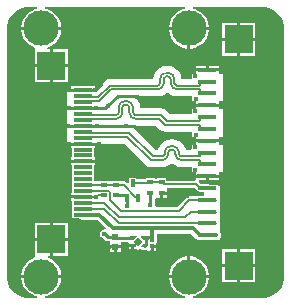
<source format=gtl>
G04*
G04 #@! TF.GenerationSoftware,Altium Limited,Altium Designer,23.4.1 (23)*
G04*
G04 Layer_Physical_Order=1*
G04 Layer_Color=255*
%FSLAX44Y44*%
%MOMM*%
G71*
G04*
G04 #@! TF.SameCoordinates,119376F5-832C-499C-A5AA-40DF592A9E39*
G04*
G04*
G04 #@! TF.FilePolarity,Positive*
G04*
G01*
G75*
%ADD10C,0.2500*%
%ADD12R,2.4000X2.4000*%
%ADD13R,2.4000X2.4000*%
%ADD14R,1.6000X0.3000*%
%ADD15R,0.5500X0.4500*%
%ADD16R,0.3000X0.7100*%
%ADD17P,0.8202X4X270.0*%
%ADD18C,0.2425*%
%ADD19C,0.2700*%
%ADD20R,0.5200X0.5200*%
%ADD21R,0.3200X0.3600*%
%ADD30C,0.1300*%
%ADD31C,0.3500*%
%ADD32C,3.0000*%
%ADD33C,0.4064*%
%ADD34C,0.4060*%
G36*
X222859Y246271D02*
X226128Y244917D01*
X229069Y242951D01*
X231571Y240449D01*
X233537Y237508D01*
X234891Y234239D01*
X235581Y230769D01*
Y229000D01*
X235581Y19000D01*
X235581Y17231D01*
X234891Y13761D01*
X233537Y10492D01*
X231571Y7551D01*
X229069Y5049D01*
X226127Y3083D01*
X222859Y1729D01*
X219389Y1039D01*
X217620Y1039D01*
X158464Y1039D01*
X158339Y2309D01*
X160069Y2653D01*
X163163Y3935D01*
X165947Y5795D01*
X168315Y8163D01*
X170175Y10948D01*
X171457Y14041D01*
X172110Y17326D01*
Y17750D01*
X155110D01*
X138110D01*
Y17326D01*
X138764Y14041D01*
X140045Y10948D01*
X141905Y8163D01*
X144273Y5795D01*
X147058Y3935D01*
X150151Y2653D01*
X151882Y2309D01*
X151756Y1039D01*
X33463Y1039D01*
X33338Y2309D01*
X35069Y2653D01*
X38163Y3935D01*
X40947Y5795D01*
X43315Y8163D01*
X45175Y10948D01*
X46457Y14041D01*
X47110Y17326D01*
Y17750D01*
X30110D01*
X13110D01*
Y17326D01*
X13764Y14041D01*
X15045Y10948D01*
X16905Y8163D01*
X19273Y5795D01*
X22058Y3935D01*
X25151Y2653D01*
X26882Y2309D01*
X26757Y1039D01*
X17231D01*
X13761Y1729D01*
X10492Y3083D01*
X7551Y5049D01*
X5049Y7551D01*
X3083Y10492D01*
X1729Y13761D01*
X1039Y17231D01*
Y19000D01*
Y229000D01*
Y230769D01*
X1729Y234239D01*
X3083Y237508D01*
X5049Y240449D01*
X7551Y242951D01*
X10492Y244917D01*
X13761Y246271D01*
X17231Y246961D01*
X19000Y246961D01*
X26757D01*
X26882Y245691D01*
X25151Y245347D01*
X22058Y244065D01*
X19273Y242205D01*
X16905Y239837D01*
X15045Y237052D01*
X13764Y233959D01*
X13110Y230674D01*
Y230250D01*
X30110D01*
X47110D01*
Y230674D01*
X46457Y233959D01*
X45175Y237052D01*
X43315Y239837D01*
X40947Y242205D01*
X38163Y244065D01*
X35069Y245347D01*
X33339Y245691D01*
X33464Y246961D01*
X151757Y246961D01*
X151882Y245691D01*
X150151Y245347D01*
X147058Y244065D01*
X144273Y242205D01*
X141905Y239837D01*
X140045Y237052D01*
X138764Y233959D01*
X138110Y230674D01*
Y230250D01*
X155110D01*
X172110D01*
Y230674D01*
X171457Y233959D01*
X170175Y237052D01*
X168315Y239837D01*
X165947Y242205D01*
X163163Y244065D01*
X160069Y245347D01*
X158338Y245691D01*
X158463Y246961D01*
X217620Y246961D01*
X219389D01*
X222859Y246271D01*
D02*
G37*
%LPC*%
G36*
X211250Y234000D02*
X198500D01*
Y221250D01*
X211250D01*
Y234000D01*
D02*
G37*
G36*
X196000D02*
X183250D01*
Y221250D01*
X196000D01*
Y234000D01*
D02*
G37*
G36*
X172110Y227750D02*
X156360D01*
Y212000D01*
X156784D01*
X160069Y212653D01*
X163163Y213935D01*
X165947Y215795D01*
X168315Y218163D01*
X170175Y220947D01*
X171457Y224041D01*
X172110Y227326D01*
Y227750D01*
D02*
G37*
G36*
X153860D02*
X138110D01*
Y227326D01*
X138764Y224041D01*
X140045Y220947D01*
X141905Y218163D01*
X144273Y215795D01*
X147058Y213935D01*
X150151Y212653D01*
X153436Y212000D01*
X153860D01*
Y227750D01*
D02*
G37*
G36*
X211250Y218750D02*
X198500D01*
Y206000D01*
X211250D01*
Y218750D01*
D02*
G37*
G36*
X196000D02*
X183250D01*
Y206000D01*
X196000D01*
Y218750D01*
D02*
G37*
G36*
X52750Y211500D02*
X40000D01*
Y198750D01*
X52750D01*
Y211500D01*
D02*
G37*
G36*
X47110Y227750D02*
X30110D01*
X13110D01*
Y227326D01*
X13764Y224041D01*
X15045Y220947D01*
X16905Y218163D01*
X19273Y215795D01*
X22058Y213935D01*
X24870Y212770D01*
X24750Y211500D01*
X24750D01*
Y198750D01*
X37500D01*
Y211500D01*
X35603D01*
X35350Y212770D01*
X38163Y213935D01*
X40947Y215795D01*
X43315Y218163D01*
X45175Y220947D01*
X46457Y224041D01*
X47110Y227326D01*
Y227750D01*
D02*
G37*
G36*
X180750Y197500D02*
X172000D01*
Y195250D01*
X180750D01*
Y197500D01*
D02*
G37*
G36*
X169500D02*
X160750D01*
Y195250D01*
X169500D01*
Y197500D01*
D02*
G37*
G36*
X52750Y196250D02*
X40000D01*
Y183500D01*
X52750D01*
Y196250D01*
D02*
G37*
G36*
X37500D02*
X24750D01*
Y183500D01*
X37500D01*
Y196250D01*
D02*
G37*
G36*
X137323Y197465D02*
X136163D01*
X135943Y197421D01*
X133214Y197062D01*
X130465Y195923D01*
X128105Y194112D01*
X126294Y191752D01*
X125155Y189003D01*
X124821Y186467D01*
X88030D01*
X85794Y186022D01*
X83899Y184755D01*
X83899Y184755D01*
X77223Y178080D01*
X75250D01*
Y180000D01*
X55250D01*
Y178080D01*
X52170D01*
Y164920D01*
Y159920D01*
Y149920D01*
Y144920D01*
Y134920D01*
Y129920D01*
X55250D01*
Y128000D01*
X56050D01*
Y120000D01*
X55250D01*
Y117750D01*
X75250D01*
Y120000D01*
X74450D01*
Y128000D01*
X75250D01*
Y129920D01*
X78330D01*
Y131533D01*
X100610D01*
X118899Y113245D01*
X118899Y113245D01*
X120794Y111978D01*
X123030Y111533D01*
X123030Y111533D01*
X132213D01*
X132432Y111577D01*
X135162Y111937D01*
X137911Y113075D01*
X139780Y114509D01*
X140681Y114768D01*
X141583Y114509D01*
X143452Y113075D01*
X146200Y111937D01*
X148930Y111577D01*
X149150Y111533D01*
X157670D01*
Y107420D01*
X160750D01*
Y105250D01*
X170750D01*
X180750D01*
Y107420D01*
X183830D01*
Y117420D01*
Y130580D01*
X180750D01*
Y132750D01*
X170750D01*
X160750D01*
Y130580D01*
X157670D01*
Y127430D01*
X157000Y126467D01*
X156999Y126467D01*
X152330D01*
X152269Y126932D01*
X151131Y129681D01*
X149320Y132041D01*
X146959Y133852D01*
X144211Y134991D01*
X141481Y135350D01*
X141261Y135394D01*
X140101D01*
X139881Y135350D01*
X137152Y134991D01*
X134403Y133852D01*
X132043Y132041D01*
X130232Y129681D01*
X129093Y126932D01*
X129032Y126467D01*
X126796D01*
X108507Y144755D01*
X107135Y145672D01*
X107594Y146893D01*
X109992Y146577D01*
X110212Y146533D01*
X127610D01*
X130899Y143244D01*
X132794Y141978D01*
X135030Y141533D01*
X135030Y141533D01*
X157670D01*
Y137420D01*
X160750D01*
Y135250D01*
X170750D01*
X180750D01*
Y137420D01*
X183830D01*
Y147420D01*
Y160580D01*
X180750D01*
Y162750D01*
X170750D01*
X160750D01*
Y160580D01*
X157670D01*
Y157545D01*
X157172Y156467D01*
X157171Y156467D01*
X138796D01*
X135507Y159755D01*
X133611Y161022D01*
X131376Y161467D01*
X131376Y161467D01*
X121000D01*
X121000Y161467D01*
X113734D01*
Y162089D01*
X113690Y162309D01*
X113331Y165039D01*
X112193Y167787D01*
X110381Y170147D01*
X110143Y170331D01*
X110551Y171533D01*
X128274D01*
X128494Y171577D01*
X131224Y171936D01*
X133973Y173075D01*
X136333Y174886D01*
X137154D01*
X139514Y173075D01*
X142262Y171936D01*
X144992Y171577D01*
X145212Y171533D01*
X153004D01*
X153004Y171533D01*
X154350D01*
X154350Y171533D01*
X154350Y171533D01*
X157670D01*
Y167420D01*
X160750D01*
Y165250D01*
X170750D01*
X180750D01*
Y167420D01*
X183830D01*
Y177420D01*
Y190580D01*
X180750D01*
Y192750D01*
X170750D01*
X160750D01*
Y190580D01*
X157670D01*
Y186467D01*
X153004D01*
X153004Y186467D01*
X148665D01*
X148331Y189003D01*
X147193Y191752D01*
X145381Y194112D01*
X143021Y195923D01*
X140273Y197062D01*
X137543Y197421D01*
X137323Y197465D01*
D02*
G37*
G36*
X180750Y102750D02*
X172000D01*
Y100500D01*
X180750D01*
Y102750D01*
D02*
G37*
G36*
X52750Y64500D02*
X40000D01*
Y51750D01*
X52750D01*
Y64500D01*
D02*
G37*
G36*
X37500D02*
X24750D01*
Y51750D01*
X37500D01*
Y64500D01*
D02*
G37*
G36*
X75250Y115250D02*
X55250D01*
Y113000D01*
X56050D01*
Y108800D01*
Y98800D01*
Y90000D01*
X55250D01*
Y87750D01*
X65250D01*
Y85250D01*
X55250D01*
Y83000D01*
X56050D01*
Y78800D01*
Y68800D01*
X61161D01*
X61423Y68407D01*
X62842Y67459D01*
X64516Y67126D01*
X77564D01*
X84518Y60172D01*
X84067Y59158D01*
X83912Y58982D01*
X83566D01*
X82087Y58688D01*
X80834Y57850D01*
X79996Y56597D01*
X79702Y55118D01*
X79996Y53639D01*
X80834Y52386D01*
X82087Y51548D01*
X82096Y51546D01*
X83527Y50115D01*
X83528Y50115D01*
X84781Y49277D01*
X86260Y48983D01*
X86260Y48983D01*
X86807D01*
X88010Y48820D01*
Y45470D01*
X92610D01*
X97210D01*
Y47938D01*
X103431D01*
X104110Y46668D01*
X104046Y46514D01*
X105654D01*
Y46764D01*
X107954D01*
X109954Y44764D01*
Y43764D01*
X108404D01*
Y42156D01*
X109052Y42424D01*
X109994Y43366D01*
X110334Y43434D01*
X112184Y41584D01*
X112803Y42203D01*
X114104Y42379D01*
X115357Y41541D01*
X116836Y41247D01*
X117723D01*
X119082Y41517D01*
X119417Y41462D01*
X120352Y40963D01*
Y40650D01*
X122702D01*
Y44450D01*
X123952D01*
Y45676D01*
X124075Y45700D01*
X127552D01*
Y47716D01*
X127993Y48376D01*
X128326Y50050D01*
Y55411D01*
X157153D01*
X161407Y51157D01*
X162826Y50209D01*
X164500Y49876D01*
X165138Y50003D01*
X165204Y49959D01*
X166878Y49626D01*
X178000D01*
X178875Y49800D01*
X181356D01*
Y51301D01*
X182041Y52326D01*
X182374Y54000D01*
X182041Y55674D01*
X181356Y56699D01*
X181356Y95536D01*
X180982Y95409D01*
X179950Y96149D01*
Y96700D01*
X172451D01*
X171995Y97005D01*
X170750Y97253D01*
X165597D01*
X163620Y99230D01*
X163649Y99563D01*
X164044Y100500D01*
X169500D01*
Y102750D01*
X160750D01*
Y101360D01*
X160750Y100500D01*
X159579Y100261D01*
X135950D01*
Y102058D01*
X128050D01*
Y101861D01*
X126298D01*
Y102058D01*
X118398D01*
Y101175D01*
X110062D01*
Y102673D01*
X104662D01*
Y99623D01*
X104357Y99167D01*
X104235Y98552D01*
X102875Y98115D01*
X102062Y98928D01*
X101007Y99633D01*
X99762Y99881D01*
X97014D01*
Y100078D01*
X89114D01*
Y99881D01*
X87014D01*
Y100078D01*
X79114D01*
Y99753D01*
X74450D01*
Y113000D01*
X75250D01*
Y115250D01*
D02*
G37*
G36*
X105654Y44014D02*
X104046D01*
X104314Y43366D01*
X105256Y42424D01*
X105904Y42156D01*
Y43764D01*
X105654D01*
Y44014D01*
D02*
G37*
G36*
X127552Y43200D02*
X125202D01*
Y40650D01*
X127552D01*
Y43200D01*
D02*
G37*
G36*
X97210Y42970D02*
X93860D01*
Y39620D01*
X97210D01*
Y42970D01*
D02*
G37*
G36*
X91360D02*
X88010D01*
Y39620D01*
X91360D01*
Y42970D01*
D02*
G37*
G36*
X37500Y49250D02*
X24750D01*
Y36500D01*
X24750D01*
X24870Y35230D01*
X22058Y34065D01*
X19273Y32205D01*
X16905Y29837D01*
X15045Y27053D01*
X13764Y23959D01*
X13110Y20674D01*
Y20250D01*
X30110D01*
X47110D01*
Y20674D01*
X46457Y23959D01*
X45175Y27053D01*
X43315Y29837D01*
X40947Y32205D01*
X38163Y34065D01*
X35350Y35230D01*
X35603Y36500D01*
X37500D01*
Y49250D01*
D02*
G37*
G36*
X52750D02*
X40000D01*
Y36500D01*
X52750D01*
Y49250D01*
D02*
G37*
G36*
X211250Y42000D02*
X198500D01*
Y29250D01*
X211250D01*
Y42000D01*
D02*
G37*
G36*
X196000D02*
X183250D01*
Y29250D01*
X196000D01*
Y42000D01*
D02*
G37*
G36*
X156784Y36000D02*
X156360D01*
Y20250D01*
X172110D01*
Y20674D01*
X171457Y23959D01*
X170175Y27053D01*
X168315Y29837D01*
X165947Y32205D01*
X163163Y34065D01*
X160069Y35347D01*
X156784Y36000D01*
D02*
G37*
G36*
X153860D02*
X153436D01*
X150151Y35347D01*
X147058Y34065D01*
X144273Y32205D01*
X141905Y29837D01*
X140045Y27053D01*
X138764Y23959D01*
X138110Y20674D01*
Y20250D01*
X153860D01*
Y36000D01*
D02*
G37*
G36*
X211250Y26750D02*
X198500D01*
Y14000D01*
X211250D01*
Y26750D01*
D02*
G37*
G36*
X196000D02*
X183250D01*
Y14000D01*
X196000D01*
Y26750D01*
D02*
G37*
%LPD*%
G36*
X161550Y92100D02*
Y91300D01*
X162549D01*
X163005Y90995D01*
X164250Y90748D01*
X168000D01*
Y87072D01*
X155448D01*
X154203Y86825D01*
X153148Y86120D01*
X144957Y77929D01*
X127169D01*
X126126Y79198D01*
X126212Y79630D01*
Y84798D01*
X127250Y85358D01*
X130750D01*
Y89608D01*
X132000D01*
Y90858D01*
X136750D01*
Y93756D01*
X159894D01*
X161550Y92100D01*
D02*
G37*
G36*
X118714Y50264D02*
X116414D01*
X114414Y52264D01*
Y53264D01*
X118714D01*
Y50264D01*
D02*
G37*
G36*
X107959D02*
X105659D01*
Y53264D01*
X110959D01*
X107959Y50264D01*
D02*
G37*
G36*
X118714Y43764D02*
X114414D01*
Y44764D01*
X116414Y46764D01*
X118714D01*
Y43764D01*
D02*
G37*
%LPC*%
G36*
X136750Y88358D02*
X133250D01*
Y85358D01*
X136750D01*
Y88358D01*
D02*
G37*
%LPD*%
D10*
X119782Y51261D02*
X120590Y52070D01*
X119126Y50606D02*
X119782Y51261D01*
X116989Y52070D02*
X120590D01*
X121932D01*
X119126Y46514D02*
Y50606D01*
X123220Y50782D02*
X123952Y50050D01*
X121932Y52070D02*
X123220Y50782D01*
X121932Y51917D02*
X123220D01*
X123952D01*
X117723Y45111D02*
X119126Y46514D01*
X116836Y45111D02*
X117723D01*
X110873Y171127D02*
X116000Y166000D01*
X110000Y172000D02*
X110873Y171127D01*
X108500Y146500D02*
X115000Y140000D01*
X75692Y176784D02*
X80473Y181565D01*
X75550Y176642D02*
X75692Y176784D01*
X65250Y146500D02*
X65348Y146402D01*
X65221Y146529D02*
X65250Y146500D01*
X53431Y131409D02*
X65250D01*
X80473Y181565D02*
Y185883D01*
X65250Y176500D02*
X65392Y176642D01*
X75550D01*
X80473Y185883D02*
X80772Y186182D01*
X53056Y176500D02*
X53086Y176530D01*
X65235Y176515D02*
X65250Y176500D01*
X53101Y176515D02*
X65235D01*
X53086Y176530D02*
X53101Y176515D01*
X76410Y161410D02*
X76500Y161319D01*
X65250Y161500D02*
X65340Y161410D01*
X76410D01*
X53953Y161395D02*
X65145D01*
X65250Y161500D01*
X85810Y163233D02*
X86233D01*
X83896Y161319D02*
X85810Y163233D01*
X76500Y161319D02*
X83896D01*
X53848Y161290D02*
X53953Y161395D01*
X53638Y161500D02*
X53848Y161290D01*
X52607Y146529D02*
X65221D01*
X52578Y146558D02*
X52607Y146529D01*
X77216Y146304D02*
X77314Y146402D01*
X101865D01*
X101963Y146500D01*
X77118Y146402D02*
X77216Y146304D01*
X65348Y146402D02*
X77118D01*
X101963Y146500D02*
X108500D01*
X65341Y131409D02*
X78903D01*
X65250Y131500D02*
X65341Y131409D01*
X78903D02*
X78994Y131318D01*
X53340D02*
X53431Y131409D01*
X91983Y52847D02*
X93028Y51802D01*
X107121D01*
X107159Y51764D01*
X83566Y55118D02*
X83989D01*
X86260Y52847D01*
X91983D01*
X122348Y79630D02*
Y89608D01*
X102362Y79043D02*
Y87349D01*
X102112Y87599D02*
X102362Y87349D01*
X98885Y87599D02*
X102112D01*
X93064Y87628D02*
X98856D01*
X98885Y87599D01*
X94742Y172212D02*
X109365D01*
X86233Y163656D02*
X87015Y164438D01*
Y164485D02*
X94742Y172212D01*
X86233Y163233D02*
Y163656D01*
X87015Y164438D02*
Y164485D01*
X110450Y171127D02*
X110873D01*
X109365Y172212D02*
X110450Y171127D01*
D12*
X197250Y220000D02*
D03*
X38750Y50500D02*
D03*
D13*
X197250Y28000D02*
D03*
X38750Y197500D02*
D03*
D14*
X170750Y54000D02*
D03*
Y64000D02*
D03*
Y74000D02*
D03*
Y84000D02*
D03*
Y94000D02*
D03*
Y104000D02*
D03*
Y114000D02*
D03*
Y124000D02*
D03*
Y134000D02*
D03*
Y144000D02*
D03*
Y154000D02*
D03*
Y164000D02*
D03*
Y174000D02*
D03*
Y184000D02*
D03*
Y194000D02*
D03*
X65250Y81500D02*
D03*
Y86500D02*
D03*
Y91500D02*
D03*
Y96500D02*
D03*
Y101500D02*
D03*
Y106500D02*
D03*
Y111500D02*
D03*
Y121500D02*
D03*
Y126500D02*
D03*
Y131500D02*
D03*
Y136500D02*
D03*
Y141500D02*
D03*
Y146500D02*
D03*
Y151500D02*
D03*
Y156500D02*
D03*
Y161500D02*
D03*
Y166500D02*
D03*
Y171500D02*
D03*
Y176500D02*
D03*
Y116500D02*
D03*
Y71500D02*
D03*
Y76500D02*
D03*
D15*
X132000Y89608D02*
D03*
Y98609D02*
D03*
X83064Y87628D02*
D03*
Y96629D02*
D03*
X122348Y98609D02*
D03*
Y89608D02*
D03*
X93064Y96629D02*
D03*
Y87628D02*
D03*
D16*
X102362Y85723D02*
D03*
X112362D02*
D03*
X107362Y97922D02*
D03*
D17*
X112184Y48514D02*
D03*
D18*
X116836Y51917D02*
D03*
Y45111D02*
D03*
D19*
X107154Y45264D02*
D03*
X107159Y51764D02*
D03*
D20*
X92610Y44220D02*
D03*
Y52220D02*
D03*
D21*
X123952Y50050D02*
D03*
Y44450D02*
D03*
D30*
X143581Y122944D02*
G03*
X149150Y117376I5569J0D01*
G01*
X140101Y126303D02*
G03*
X137781Y123983I0J-2320D01*
G01*
X143581D02*
G03*
X141261Y126303I-2320J0D01*
G01*
X132213Y117376D02*
G03*
X137781Y122944I0J5569D01*
G01*
X146830D02*
G03*
X149150Y120624I2320J0D01*
G01*
X140101Y129551D02*
G03*
X134533Y123983I0J-5569D01*
G01*
X146830D02*
G03*
X141261Y129551I-5569J0D01*
G01*
X132213Y120624D02*
G03*
X134533Y122944I0J2320D01*
G01*
X139643Y182944D02*
G03*
X145212Y177376I5569J0D01*
G01*
X136163Y188374D02*
G03*
X133843Y186054I0J-2320D01*
G01*
X139643D02*
G03*
X137323Y188374I-2320J0D01*
G01*
X128274Y177376D02*
G03*
X133843Y182944I0J5569D01*
G01*
X142892Y186054D02*
G03*
X137323Y191623I-5569J0D01*
G01*
X142892Y182944D02*
G03*
X145212Y180624I2320J0D01*
G01*
X136163Y191623D02*
G03*
X130595Y186054I0J-5569D01*
G01*
X128274Y180624D02*
G03*
X130595Y182944I0J2320D01*
G01*
X104643Y162089D02*
G03*
X102323Y164409I-2320J0D01*
G01*
X104643Y157944D02*
G03*
X110212Y152375I5569J0D01*
G01*
X101163Y164409D02*
G03*
X98843Y162089I0J-2320D01*
G01*
X93274Y152375D02*
G03*
X98843Y157944I0J5569D01*
G01*
X107892Y162089D02*
G03*
X102323Y167658I-5569J0D01*
G01*
X107892Y157944D02*
G03*
X110212Y155624I2320J0D01*
G01*
X101163Y167658D02*
G03*
X95595Y162089I0J-5569D01*
G01*
X93274Y155624D02*
G03*
X95595Y157944I0J2320D01*
G01*
X149150Y117376D02*
X158346D01*
X140101Y126303D02*
X141261D01*
X143581Y122944D02*
Y123983D01*
X137781Y122944D02*
Y123983D01*
X123030Y117376D02*
X132213D01*
X146830Y122944D02*
Y123983D01*
X149150Y120624D02*
X157000D01*
X140101Y129551D02*
X141261D01*
X134533Y122944D02*
Y123983D01*
X129938Y120624D02*
X132213D01*
X158346Y117376D02*
X163326D01*
X158346Y117376D02*
X158346Y117376D01*
X164087Y114850D02*
X164937Y114000D01*
X170750D01*
X163326Y117376D02*
X164087Y116614D01*
Y114850D02*
Y116614D01*
X103030Y137375D02*
X123030Y117376D01*
X164087Y123150D02*
X164937Y124000D01*
X170750D01*
X164087Y121386D02*
Y123150D01*
X157000Y120625D02*
X163326D01*
X164087Y121386D01*
X157000Y120624D02*
X157000Y120625D01*
X157000Y120624D02*
Y120624D01*
X129938Y120624D02*
Y120624D01*
X104376Y140624D02*
X124376Y120624D01*
X129938D01*
X73362Y137375D02*
X103030D01*
X73336Y137350D02*
X73362Y137375D01*
X66100Y137350D02*
X73336D01*
X65250Y136500D02*
X66100Y137350D01*
X73362Y140624D02*
X104376D01*
X73336Y140650D02*
X73362Y140624D01*
X66100Y140650D02*
X73336D01*
X65250Y141500D02*
X66100Y140650D01*
X65250Y96500D02*
X83566D01*
X164236Y164000D02*
X178000D01*
X164263Y134000D02*
X178000D01*
X164027Y104000D02*
X178000D01*
X107102Y45212D02*
X107154Y45264D01*
X107102Y45212D02*
X107102Y45212D01*
X78538Y87884D02*
X84582D01*
X75170Y86554D02*
X75787Y87171D01*
X65250Y76500D02*
X83012D01*
X95512Y64000D01*
X178000D01*
X65250Y81500D02*
X83600D01*
X96100Y69000D02*
X152058D01*
X83600Y81500D02*
X96100Y69000D01*
X152058D02*
X157058Y74000D01*
X166812D01*
X170750D01*
Y73750D02*
X177750D01*
X166812D02*
X170750D01*
X155448Y83820D02*
X177820D01*
X146304Y74676D02*
X155448Y83820D01*
X97536Y74676D02*
X146304D01*
X164250Y94000D02*
X170750D01*
X161242Y97008D02*
X164250Y94000D01*
X133600Y97008D02*
X161242D01*
X132000Y98609D02*
X133600Y97008D01*
X159475Y194108D02*
X159607Y193976D01*
X170726D01*
X170750Y194000D01*
X154350Y177376D02*
X154350Y177376D01*
X170750Y174000D02*
X172096D01*
X164937D02*
X170750D01*
X153004Y180625D02*
X163326D01*
X139643Y182944D02*
Y186054D01*
X145212Y177376D02*
X163000D01*
X136163Y188374D02*
X137323D01*
X133843Y182944D02*
Y186054D01*
X126000Y177376D02*
X128274D01*
X89376D02*
X126000D01*
X73362Y167376D02*
X79376D01*
X89376Y177376D01*
X73336Y167350D02*
X73362Y167376D01*
X66100Y167350D02*
X73336D01*
X65250Y166500D02*
X66100Y167350D01*
X142892Y182944D02*
Y186054D01*
X145212Y180624D02*
X163000D01*
X136163Y191623D02*
X137323D01*
X130595Y182944D02*
Y186054D01*
X126000Y180624D02*
Y180624D01*
X88030D02*
X126000D01*
Y180624D02*
X128274D01*
X78030Y170624D02*
X88030Y180624D01*
X73336Y170650D02*
X73362Y170624D01*
X78030D01*
X65250Y171500D02*
X66100Y170650D01*
X73336D01*
X164087Y174850D02*
X164937Y174000D01*
X164087Y183150D02*
X164937Y184000D01*
X164087Y174850D02*
Y176614D01*
X164087Y181386D02*
Y183150D01*
X163326Y177376D02*
X164087Y176614D01*
X163326Y180625D02*
X164087Y181386D01*
X154350Y177376D02*
X163326D01*
X153004Y180624D02*
X153004Y180625D01*
X153004Y177376D02*
X154350D01*
X153004D02*
Y177376D01*
X164937Y184000D02*
X170750D01*
X163326Y147376D02*
X164087Y146614D01*
X136376Y150624D02*
X157172D01*
X121000Y152375D02*
X130030D01*
X110212D02*
X121000D01*
X130030D02*
X135030Y147376D01*
X104643Y157944D02*
Y162089D01*
X101163Y164409D02*
X102323D01*
X98843Y157944D02*
Y162089D01*
X73362Y152375D02*
X91000D01*
X93274D01*
X73336Y152350D02*
X73362Y152375D01*
X66100Y152350D02*
X73336D01*
X65250Y151500D02*
X66100Y152350D01*
X121000Y155624D02*
X131376D01*
X121000Y155624D02*
Y155624D01*
X110212Y155624D02*
X121000D01*
X107892Y157944D02*
Y162089D01*
X131376Y155624D02*
X136376Y150624D01*
X101163Y167658D02*
X102323D01*
X95595Y157944D02*
Y162089D01*
X65250Y156500D02*
X66100Y155650D01*
X73336D01*
X91000Y155624D02*
Y155624D01*
Y155624D02*
X93274D01*
X73336Y155650D02*
X73362Y155624D01*
X91000D01*
X164087Y144850D02*
X164937Y144000D01*
X164087Y144850D02*
Y146614D01*
X158518Y147376D02*
X163326D01*
Y150625D02*
X164087Y151386D01*
X158518Y147376D02*
X158518Y147376D01*
X135030Y147376D02*
X158518D01*
X164937Y144000D02*
X170750D01*
X164937Y154000D02*
X170750D01*
X164087Y151386D02*
Y153150D01*
X157172Y150625D02*
X163326D01*
X157172Y150624D02*
X157172Y150625D01*
X164087Y153150D02*
X164937Y154000D01*
X65166Y116416D02*
X65250Y116500D01*
X53678Y116416D02*
X65166D01*
X53594Y116332D02*
X53678Y116416D01*
X65250Y116500D02*
X65334Y116416D01*
X77894D01*
X77978Y116332D01*
X65024Y96500D02*
X65250D01*
X65292Y86458D02*
X76500D01*
X75170Y86554D02*
X76405D01*
X65250Y86500D02*
X65292Y86458D01*
X76405Y86554D02*
X76500Y86458D01*
X77113D02*
X78538Y87884D01*
X76500Y86458D02*
X77113D01*
X107154Y45264D02*
X107422Y45532D01*
X107102Y45212D02*
Y45212D01*
X64770Y86500D02*
X65250D01*
X88058Y84154D02*
Y90251D01*
Y84154D02*
X97536Y74676D01*
X87122Y44196D02*
X92586D01*
X92610Y44220D01*
X102616Y45212D02*
X107102D01*
X123694Y40038D02*
X123823Y40167D01*
Y44321D02*
X123952Y44450D01*
X123823Y40167D02*
Y44321D01*
X107422Y45532D02*
X109480D01*
X112184Y48236D01*
Y48514D01*
X122348Y98609D02*
X132000D01*
X121662Y97922D02*
X122348Y98609D01*
X107362Y97922D02*
X121662D01*
X132000Y84202D02*
Y89608D01*
X131746Y83948D02*
X132000Y84202D01*
X122348Y98609D02*
X122348Y98609D01*
X111512Y86717D02*
X112362Y85867D01*
X99762Y96629D02*
X109674Y86717D01*
X112362Y85723D02*
Y85867D01*
X109674Y86717D02*
X111512D01*
X93064Y96629D02*
X99762D01*
X86486Y91823D02*
X88058Y90251D01*
X65508Y91823D02*
X86486D01*
X190360Y104000D02*
X190474Y103886D01*
X178000Y104000D02*
X190360D01*
X177750Y73750D02*
X178000Y74000D01*
X164000Y104027D02*
X164027Y104000D01*
X178000D02*
X178000Y104000D01*
X93064Y96629D02*
X93064Y96629D01*
X83064Y96629D02*
X93064D01*
D31*
X158965Y59785D02*
X164500Y54250D01*
X91138Y59738D02*
X123924D01*
X123972Y59785D01*
X123952Y51917D02*
Y59738D01*
X123972Y59785D02*
X158965D01*
X166878Y54000D02*
X178000D01*
X79376Y71500D02*
X91138Y59738D01*
X123952Y50050D02*
Y51917D01*
X65250Y71500D02*
X79376D01*
X64516D02*
X65250D01*
D32*
X30110Y229000D02*
D03*
X155110Y19000D02*
D03*
X30110D02*
D03*
X155110Y229000D02*
D03*
D33*
X123972Y59785D02*
D03*
X159475Y194108D02*
D03*
X75692Y176784D02*
D03*
X80772Y186182D02*
D03*
X53086Y176530D02*
D03*
X76500Y161319D02*
D03*
X53848Y161290D02*
D03*
X52578Y146558D02*
D03*
X77216Y146304D02*
D03*
X53340Y131318D02*
D03*
X78994D02*
D03*
X53594Y116332D02*
D03*
X77978D02*
D03*
X76500Y86458D02*
D03*
X29671Y181540D02*
D03*
Y66478D02*
D03*
X87630Y110490D02*
D03*
X153416Y87376D02*
D03*
X142494D02*
D03*
X128524Y23876D02*
D03*
X111760D02*
D03*
X94996D02*
D03*
X87122Y44196D02*
D03*
X102616Y45212D02*
D03*
X123694Y40038D02*
D03*
X83566Y55118D02*
D03*
X116252Y104015D02*
D03*
X101520Y102999D02*
D03*
X131746Y83948D02*
D03*
X122348Y79630D02*
D03*
X102536Y78868D02*
D03*
X101963Y146500D02*
D03*
X3556Y229616D02*
D03*
X17018Y244348D02*
D03*
X3556Y30734D02*
D03*
X5588Y11430D02*
D03*
X18288Y3556D02*
D03*
X226314Y6350D02*
D03*
X233172Y19558D02*
D03*
Y48260D02*
D03*
Y67310D02*
D03*
Y91186D02*
D03*
Y124460D02*
D03*
Y153162D02*
D03*
Y177038D02*
D03*
Y200914D02*
D03*
Y219964D02*
D03*
X228346Y240030D02*
D03*
X207264Y244602D02*
D03*
X185674D02*
D03*
X167386D02*
D03*
X133096Y212598D02*
D03*
X141986Y244602D02*
D03*
X119126D02*
D03*
X99060D02*
D03*
X81280D02*
D03*
X61468D02*
D03*
X42164D02*
D03*
X190474Y103886D02*
D03*
X160528Y109220D02*
D03*
X140716Y112268D02*
D03*
X128270Y109220D02*
D03*
X113284Y115062D02*
D03*
X99568Y129286D02*
D03*
X190500Y194818D02*
D03*
X191008Y164084D02*
D03*
X190754Y134112D02*
D03*
X160528Y128524D02*
D03*
X161036Y138938D02*
D03*
X154432Y129032D02*
D03*
X147574Y136398D02*
D03*
X133604Y136144D02*
D03*
X126746Y144272D02*
D03*
X127508Y129286D02*
D03*
X112268Y144526D02*
D03*
X86233Y163233D02*
D03*
X110873Y171127D02*
D03*
X101854Y189230D02*
D03*
X85344Y188722D02*
D03*
X160528D02*
D03*
Y158750D02*
D03*
X160782Y169164D02*
D03*
X139700Y159004D02*
D03*
X116078Y163830D02*
D03*
X136906Y172212D02*
D03*
X143000Y199000D02*
D03*
X129000Y198000D02*
D03*
X123000Y189000D02*
D03*
X151000D02*
D03*
X164236Y164000D02*
D03*
X164263Y134000D02*
D03*
X164000Y104027D02*
D03*
D34*
X217750Y224001D02*
D03*
Y184001D02*
D03*
X207750Y164001D02*
D03*
X217750Y144001D02*
D03*
X207750Y124001D02*
D03*
X217750Y104001D02*
D03*
X207750Y84001D02*
D03*
X217750Y64001D02*
D03*
Y24001D02*
D03*
X207750Y4001D02*
D03*
X197750Y224001D02*
D03*
Y184001D02*
D03*
Y144001D02*
D03*
Y64001D02*
D03*
Y24001D02*
D03*
X187750Y4001D02*
D03*
X177750Y224001D02*
D03*
X167750Y204001D02*
D03*
Y44001D02*
D03*
X177750Y24001D02*
D03*
X167750Y4001D02*
D03*
X147750Y44001D02*
D03*
X127750Y164001D02*
D03*
X137750Y104001D02*
D03*
X127750Y4001D02*
D03*
X117750Y224001D02*
D03*
X107750Y204001D02*
D03*
X117750Y144001D02*
D03*
X107750Y4001D02*
D03*
X97750Y224001D02*
D03*
X87750Y204001D02*
D03*
Y124001D02*
D03*
Y4001D02*
D03*
X77750Y224001D02*
D03*
X67750Y204001D02*
D03*
X77750Y104001D02*
D03*
X67750Y44001D02*
D03*
X77750Y24001D02*
D03*
X67750Y4001D02*
D03*
X57750Y224001D02*
D03*
X47750Y204001D02*
D03*
X57750Y184001D02*
D03*
Y64001D02*
D03*
X47750Y44001D02*
D03*
X57750Y24001D02*
D03*
X47750Y4001D02*
D03*
X27750Y164001D02*
D03*
X37750Y144001D02*
D03*
X27750Y124001D02*
D03*
X37750Y104001D02*
D03*
X27750Y84001D02*
D03*
X7750Y204001D02*
D03*
Y164001D02*
D03*
X17750Y144001D02*
D03*
X7750Y124001D02*
D03*
X17750Y104001D02*
D03*
X7750Y84001D02*
D03*
Y44001D02*
D03*
M02*

</source>
